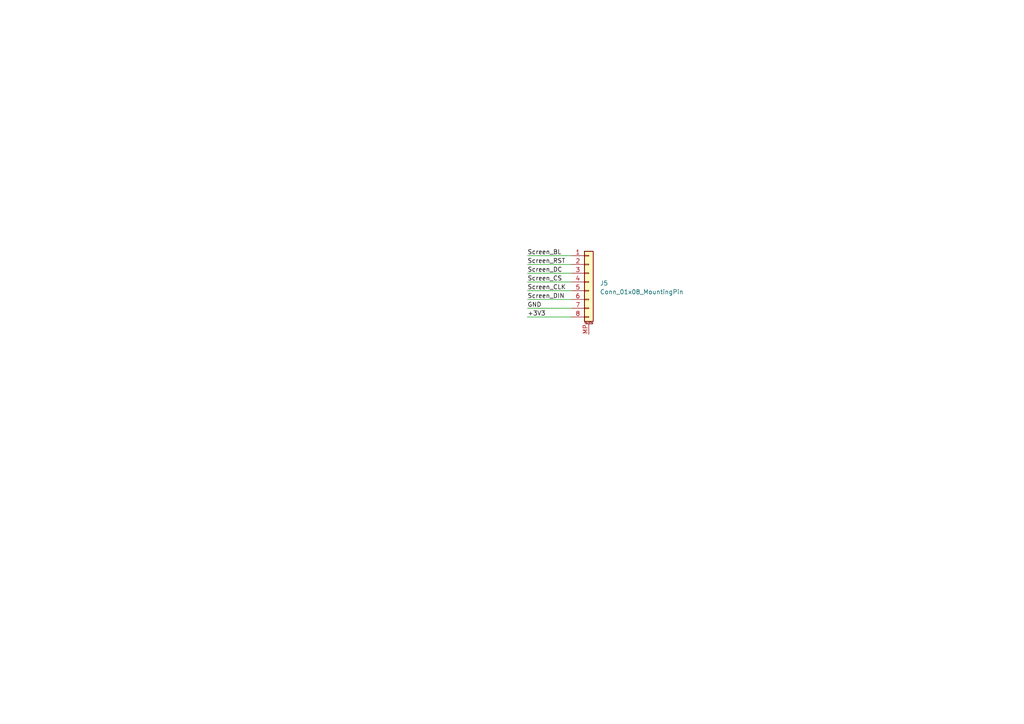
<source format=kicad_sch>
(kicad_sch (version 20250114) (generator "eeschema") (generator_version "9.0")
  (paper "A4")
  (lib_symbols
    (symbol "Connector_Generic_MountingPin:Conn_01x08_MountingPin" (pin_names (offset 1.016) (hide yes))
      (property "Reference" "J" (at 0 10.16 0))
      (property "Value" "Conn_01x08_MountingPin" (at 1.27 -12.7 0))
      (symbol "Conn_01x08_MountingPin_1_1"
        (rectangle (start -1.27 8.89) (end 1.27 -11.43) (stroke (width 0.254)) (fill (type background)))
        (rectangle (start -1.27 7.747) (end 0 7.493) (stroke (width 0.1524)))
        (rectangle (start -1.27 5.207) (end 0 4.953) (stroke (width 0.1524)))
        (rectangle (start -1.27 2.667) (end 0 2.413) (stroke (width 0.1524)))
        (rectangle (start -1.27 0.127) (end 0 -0.127) (stroke (width 0.1524)))
        (rectangle (start -1.27 -2.413) (end 0 -2.667) (stroke (width 0.1524)))
        (rectangle (start -1.27 -4.953) (end 0 -5.207) (stroke (width 0.1524)))
        (rectangle (start -1.27 -7.493) (end 0 -7.747) (stroke (width 0.1524)))
        (rectangle (start -1.27 -10.033) (end 0 -10.287) (stroke (width 0.1524)))
        (polyline (pts (xy -1.016 -12.192) (xy 1.016 -12.192)) (stroke (width 0.1524)))
        (text "Mounting" (at 0 -11.811 0) (effects (font (size 0.381 0.381))))
        (pin passive line (at -5.08 7.62 0) (length 3.81) (name "Pin_1") (number "1"))
        (pin passive line (at -5.08 5.08 0) (length 3.81) (name "Pin_2") (number "2"))
        (pin passive line (at -5.08 2.54 0) (length 3.81) (name "Pin_3") (number "3"))
        (pin passive line (at -5.08 0 0) (length 3.81) (name "Pin_4") (number "4"))
        (pin passive line (at -5.08 -2.54 0) (length 3.81) (name "Pin_5") (number "5"))
        (pin passive line (at -5.08 -5.08 0) (length 3.81) (name "Pin_6") (number "6"))
        (pin passive line (at -5.08 -7.62 0) (length 3.81) (name "Pin_7") (number "7"))
        (pin passive line (at -5.08 -10.16 0) (length 3.81) (name "Pin_8") (number "8"))
        (pin passive line (at 0 -15.24 90) (length 3.048) (name "MountPin") (number "MP"))
      )
    )
  )
  (wire (pts (xy 165.7014 79.2424) (xy 152.9859 79.2424)))
  (wire (pts (xy 165.7014 74.1624) (xy 152.9859 74.1624)))
  (wire (pts (xy 152.9859 91.931) (xy 152.9859 91.9424)))
  (wire (pts (xy 165.7014 81.7824) (xy 152.9859 81.7824)))
  (wire (pts (xy 165.7014 89.4024) (xy 152.9859 89.4024)))
  (wire (pts (xy 165.7014 86.8624) (xy 152.9859 86.8624)))
  (wire (pts (xy 165.7014 91.9424) (xy 152.9859 91.9424)))
  (wire (pts (xy 165.7014 84.3224) (xy 152.9859 84.3224)))
  (wire (pts (xy 165.7014 76.7024) (xy 152.9859 76.7024)))
  (label "Screen_RST" (at 152.9859 76.7024 0))
  (label "+3V3" (at 152.9859 91.931 0))
  (label "GND" (at 152.9859 89.4024 0))
  (label "Screen_DC" (at 152.9859 79.2424 0))
  (label "Screen_CLK" (at 152.9859 84.3224 0))
  (label "Screen_BL" (at 152.9859 74.1624 0))
  (label "Screen_CS" (at 152.9859 81.7824 0))
  (label "Screen_DIN" (at 152.9859 86.8624 0))
  (symbol (lib_id "Connector_Generic_MountingPin:Conn_01x08_MountingPin") (at 170.7814 81.7824 0) (unit 1)
    (property "Reference" "J5" (at 173.99 82.1379 0) (effects (justify left)))
    (property "Value" "Conn_01x08_MountingPin" (at 173.99 84.6779 0) (effects (justify left)))
    (property "Description" "Generic connectable mounting pin connector, single row, 01x08, script generated (kicad-library-utils/schlib/autogen/connector/)" (effects (hide yes)))
  )
)
</source>
